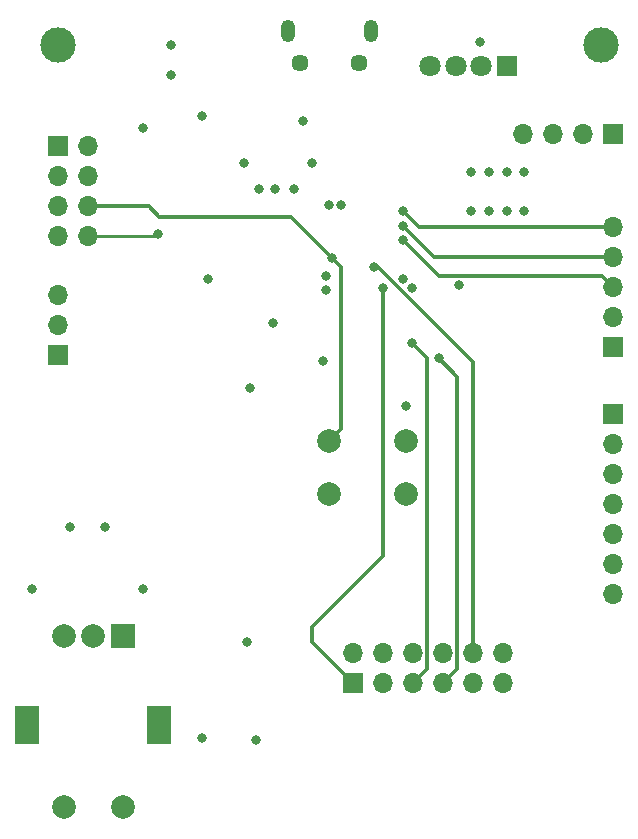
<source format=gbr>
%TF.GenerationSoftware,KiCad,Pcbnew,(5.1.10)-1*%
%TF.CreationDate,2021-11-12T17:46:38-08:00*%
%TF.ProjectId,mouse_proj,6d6f7573-655f-4707-926f-6a2e6b696361,rev?*%
%TF.SameCoordinates,Original*%
%TF.FileFunction,Copper,L4,Bot*%
%TF.FilePolarity,Positive*%
%FSLAX46Y46*%
G04 Gerber Fmt 4.6, Leading zero omitted, Abs format (unit mm)*
G04 Created by KiCad (PCBNEW (5.1.10)-1) date 2021-11-12 17:46:38*
%MOMM*%
%LPD*%
G01*
G04 APERTURE LIST*
%TA.AperFunction,ComponentPad*%
%ADD10C,2.000000*%
%TD*%
%TA.AperFunction,ComponentPad*%
%ADD11R,1.800000X1.800000*%
%TD*%
%TA.AperFunction,ComponentPad*%
%ADD12C,1.800000*%
%TD*%
%TA.AperFunction,ComponentPad*%
%ADD13C,1.450000*%
%TD*%
%TA.AperFunction,ComponentPad*%
%ADD14O,1.200000X1.900000*%
%TD*%
%TA.AperFunction,ComponentPad*%
%ADD15R,1.700000X1.700000*%
%TD*%
%TA.AperFunction,ComponentPad*%
%ADD16O,1.700000X1.700000*%
%TD*%
%TA.AperFunction,ComponentPad*%
%ADD17R,2.000000X3.200000*%
%TD*%
%TA.AperFunction,ComponentPad*%
%ADD18R,2.000000X2.000000*%
%TD*%
%TA.AperFunction,ComponentPad*%
%ADD19C,3.000000*%
%TD*%
%TA.AperFunction,ViaPad*%
%ADD20C,0.800000*%
%TD*%
%TA.AperFunction,Conductor*%
%ADD21C,0.300000*%
%TD*%
%TA.AperFunction,Conductor*%
%ADD22C,0.250000*%
%TD*%
G04 APERTURE END LIST*
D10*
%TO.P,SW2,2*%
%TO.N,NRST*%
X223500000Y-87500000D03*
%TO.P,SW2,1*%
%TO.N,GND*%
X223500000Y-92000000D03*
%TO.P,SW2,2*%
%TO.N,NRST*%
X217000000Y-87500000D03*
%TO.P,SW2,1*%
%TO.N,GND*%
X217000000Y-92000000D03*
%TD*%
D11*
%TO.P,D2,1*%
%TO.N,Net-(D2-Pad1)*%
X232000000Y-55750000D03*
D12*
%TO.P,D2,2*%
%TO.N,GND*%
X229841000Y-55750000D03*
%TO.P,D2,3*%
%TO.N,Net-(D2-Pad3)*%
X227682000Y-55750000D03*
%TO.P,D2,4*%
%TO.N,Net-(D2-Pad4)*%
X225523000Y-55750000D03*
%TD*%
D13*
%TO.P,J1,6*%
%TO.N,GND*%
X219500000Y-55462500D03*
X214500000Y-55462500D03*
D14*
X220500000Y-52762500D03*
X213500000Y-52762500D03*
%TD*%
D15*
%TO.P,J2,1*%
%TO.N,+3V3*%
X241000000Y-85250000D03*
D16*
%TO.P,J2,2*%
%TO.N,MOTION_TRACK*%
X241000000Y-87790000D03*
%TO.P,J2,3*%
%TO.N,SPI1_MOSI*%
X241000000Y-90330000D03*
%TO.P,J2,4*%
%TO.N,SPI1_MISO*%
X241000000Y-92870000D03*
%TO.P,J2,5*%
%TO.N,SPI1_SCLK*%
X241000000Y-95410000D03*
%TO.P,J2,6*%
%TO.N,SPI1_CSN*%
X241000000Y-97950000D03*
%TO.P,J2,7*%
%TO.N,GND*%
X241000000Y-100490000D03*
%TD*%
D15*
%TO.P,J4,1*%
%TO.N,MOUSELEFT*%
X194000000Y-80250000D03*
D16*
%TO.P,J4,2*%
%TO.N,MOUSERIGHT*%
X194000000Y-77710000D03*
%TO.P,J4,3*%
%TO.N,+3V3*%
X194000000Y-75170000D03*
%TD*%
D15*
%TO.P,J5,1*%
%TO.N,+3V3*%
X194000000Y-62500000D03*
D16*
%TO.P,J5,2*%
%TO.N,SWDIO*%
X196540000Y-62500000D03*
%TO.P,J5,3*%
%TO.N,+3V3*%
X194000000Y-65040000D03*
%TO.P,J5,4*%
%TO.N,SWCLK*%
X196540000Y-65040000D03*
%TO.P,J5,5*%
%TO.N,GND*%
X194000000Y-67580000D03*
%TO.P,J5,6*%
%TO.N,NRST*%
X196540000Y-67580000D03*
%TO.P,J5,7*%
%TO.N,GND*%
X194000000Y-70120000D03*
%TO.P,J5,8*%
%TO.N,SWO*%
X196540000Y-70120000D03*
%TD*%
D10*
%TO.P,SW3,S1*%
%TO.N,N/C*%
X194500000Y-118500000D03*
%TO.P,SW3,S2*%
X199500000Y-118500000D03*
D17*
%TO.P,SW3,MP*%
X191400000Y-111500000D03*
X202600000Y-111500000D03*
D10*
%TO.P,SW3,B*%
%TO.N,Net-(R8-Pad2)*%
X194500000Y-104000000D03*
%TO.P,SW3,C*%
%TO.N,GND*%
X197000000Y-104000000D03*
D18*
%TO.P,SW3,A*%
%TO.N,Net-(R3-Pad1)*%
X199500000Y-104000000D03*
%TD*%
D19*
%TO.P,TP1,1*%
%TO.N,GND*%
X194000000Y-54000000D03*
%TD*%
%TO.P,TP2,1*%
%TO.N,+3V3*%
X240000000Y-54000000D03*
%TD*%
D15*
%TO.P,J3,1*%
%TO.N,MOUSE05*%
X219000000Y-108000000D03*
D16*
%TO.P,J3,2*%
%TO.N,MOUSE00*%
X219000000Y-105460000D03*
%TO.P,J3,3*%
%TO.N,MOUSE06*%
X221540000Y-108000000D03*
%TO.P,J3,4*%
%TO.N,MOUSE01*%
X221540000Y-105460000D03*
%TO.P,J3,5*%
%TO.N,MOUSE07*%
X224080000Y-108000000D03*
%TO.P,J3,6*%
%TO.N,MOUSE02*%
X224080000Y-105460000D03*
%TO.P,J3,7*%
%TO.N,MOUSE08*%
X226620000Y-108000000D03*
%TO.P,J3,8*%
%TO.N,MOUSE03*%
X226620000Y-105460000D03*
%TO.P,J3,9*%
%TO.N,MOUSE09*%
X229160000Y-108000000D03*
%TO.P,J3,10*%
%TO.N,MOUSE04*%
X229160000Y-105460000D03*
%TO.P,J3,11*%
%TO.N,MOUSE10*%
X231700000Y-108000000D03*
%TO.P,J3,12*%
%TO.N,+3V3*%
X231700000Y-105460000D03*
%TD*%
D15*
%TO.P,J6,1*%
%TO.N,MOUSE16*%
X241040000Y-61500000D03*
D16*
%TO.P,J6,2*%
%TO.N,MOUSE17*%
X238500000Y-61500000D03*
%TO.P,J6,3*%
%TO.N,MOUSE18*%
X235960000Y-61500000D03*
%TO.P,J6,4*%
%TO.N,MOUSE19*%
X233420000Y-61500000D03*
%TD*%
D15*
%TO.P,J7,1*%
%TO.N,MOUSE11*%
X241000000Y-79500000D03*
D16*
%TO.P,J7,2*%
%TO.N,MOUSE12*%
X241000000Y-76960000D03*
%TO.P,J7,3*%
%TO.N,MOUSE13*%
X241000000Y-74420000D03*
%TO.P,J7,4*%
%TO.N,MOUSE14*%
X241000000Y-71880000D03*
%TO.P,J7,5*%
%TO.N,MOUSE15*%
X241000000Y-69340000D03*
%TD*%
D20*
%TO.N,GND*%
X195000000Y-94800000D03*
X198000000Y-94800000D03*
X209800000Y-64000000D03*
X214800000Y-60400000D03*
X203600000Y-56500000D03*
X206250000Y-60019669D03*
X203600000Y-54000000D03*
X232000000Y-68000000D03*
X230500000Y-68000000D03*
X229000000Y-68000000D03*
X215500000Y-64000000D03*
X218000000Y-67500000D03*
X210000000Y-104500000D03*
X210250000Y-83000000D03*
X216500000Y-80750000D03*
X223500000Y-84500000D03*
X216750000Y-73500000D03*
X223250000Y-73750000D03*
X228000000Y-74250000D03*
X233500000Y-68000000D03*
X210750000Y-112850000D03*
X229750000Y-53750000D03*
%TO.N,+3V3*%
X229000000Y-64750000D03*
X230500000Y-64750000D03*
X232000000Y-64750000D03*
X206200000Y-112600000D03*
X201200000Y-100000000D03*
X191800000Y-100000000D03*
X201200000Y-61000000D03*
X211000000Y-66200000D03*
X212400000Y-66200000D03*
X214000000Y-66200000D03*
X217000000Y-67500000D03*
X206750000Y-73750000D03*
X212250000Y-77500000D03*
X216750000Y-74750000D03*
X224000000Y-74500000D03*
X233500000Y-64750000D03*
%TO.N,NRST*%
X217250000Y-72000000D03*
%TO.N,MOUSE13*%
X223250000Y-70500000D03*
%TO.N,MOUSE04*%
X220750000Y-72750000D03*
%TO.N,MOUSE14*%
X223250000Y-69250000D03*
%TO.N,MOUSE05*%
X221500000Y-74500000D03*
%TO.N,MOUSE15*%
X223250000Y-68000000D03*
%TO.N,MOUSE07*%
X224021845Y-79228155D03*
%TO.N,MOUSE08*%
X226250000Y-80500000D03*
%TO.N,SWO*%
X202500000Y-70000000D03*
%TD*%
D21*
%TO.N,NRST*%
X201690002Y-67580000D02*
X202610002Y-68500000D01*
X196540000Y-67580000D02*
X201690002Y-67580000D01*
X202610002Y-68500000D02*
X213750000Y-68500000D01*
X213750000Y-68500000D02*
X217250000Y-72000000D01*
X217999999Y-72749999D02*
X217250000Y-72000000D01*
X217999999Y-86500001D02*
X217999999Y-72749999D01*
X217000000Y-87500000D02*
X217999999Y-86500001D01*
%TO.N,MOUSE13*%
X240079999Y-73499999D02*
X226249999Y-73499999D01*
X241000000Y-74420000D02*
X240079999Y-73499999D01*
X226249999Y-73499999D02*
X223250000Y-70500000D01*
%TO.N,MOUSE04*%
X229160000Y-80770002D02*
X221139998Y-72750000D01*
X229160000Y-105460000D02*
X229160000Y-80770002D01*
X221139998Y-72750000D02*
X220750000Y-72750000D01*
%TO.N,MOUSE14*%
X241000000Y-71880000D02*
X225880000Y-71880000D01*
X225880000Y-71880000D02*
X223250000Y-69250000D01*
%TO.N,MOUSE05*%
X221500000Y-74500000D02*
X221500000Y-97250000D01*
X221500000Y-97250000D02*
X215500000Y-103250000D01*
X215500000Y-104500000D02*
X219000000Y-108000000D01*
X215500000Y-103250000D02*
X215500000Y-104500000D01*
%TO.N,MOUSE15*%
X241000000Y-69340000D02*
X224590000Y-69340000D01*
X224590000Y-69340000D02*
X223250000Y-68000000D01*
%TO.N,MOUSE07*%
X225280001Y-106799999D02*
X224080000Y-108000000D01*
X225280001Y-80486311D02*
X225280001Y-106799999D01*
X224021845Y-79228155D02*
X225280001Y-80486311D01*
%TO.N,MOUSE08*%
X227820001Y-82070001D02*
X226250000Y-80500000D01*
X227820001Y-106799999D02*
X227820001Y-82070001D01*
X226620000Y-108000000D02*
X227820001Y-106799999D01*
D22*
%TO.N,SWO*%
X202380000Y-70120000D02*
X202500000Y-70000000D01*
X196540000Y-70120000D02*
X202380000Y-70120000D01*
%TD*%
M02*

</source>
